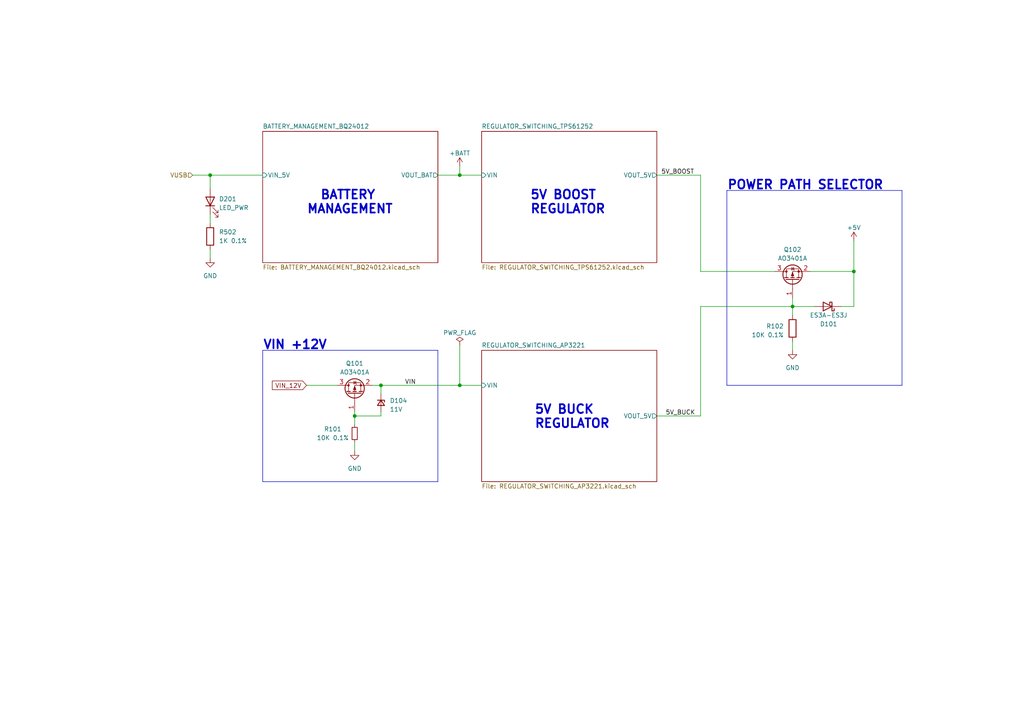
<source format=kicad_sch>
(kicad_sch (version 20230121) (generator eeschema)

  (uuid fa465376-56fe-4b7f-8ae7-e3495ebc69de)

  (paper "A4")

  (title_block
    (title "Atego Nano")
    (date "2023-06-28")
    (rev "1.1")
    (company "sudo-junkie")
  )

  (lib_symbols
    (symbol "Device:D_Schottky" (pin_numbers hide) (pin_names (offset 1.016) hide) (in_bom yes) (on_board yes)
      (property "Reference" "D" (at 0 2.54 0)
        (effects (font (size 1.27 1.27)))
      )
      (property "Value" "D_Schottky" (at 0 -2.54 0)
        (effects (font (size 1.27 1.27)))
      )
      (property "Footprint" "" (at 0 0 0)
        (effects (font (size 1.27 1.27)) hide)
      )
      (property "Datasheet" "~" (at 0 0 0)
        (effects (font (size 1.27 1.27)) hide)
      )
      (property "ki_keywords" "diode Schottky" (at 0 0 0)
        (effects (font (size 1.27 1.27)) hide)
      )
      (property "ki_description" "Schottky diode" (at 0 0 0)
        (effects (font (size 1.27 1.27)) hide)
      )
      (property "ki_fp_filters" "TO-???* *_Diode_* *SingleDiode* D_*" (at 0 0 0)
        (effects (font (size 1.27 1.27)) hide)
      )
      (symbol "D_Schottky_0_1"
        (polyline
          (pts
            (xy 1.27 0)
            (xy -1.27 0)
          )
          (stroke (width 0) (type default))
          (fill (type none))
        )
        (polyline
          (pts
            (xy 1.27 1.27)
            (xy 1.27 -1.27)
            (xy -1.27 0)
            (xy 1.27 1.27)
          )
          (stroke (width 0.254) (type default))
          (fill (type none))
        )
        (polyline
          (pts
            (xy -1.905 0.635)
            (xy -1.905 1.27)
            (xy -1.27 1.27)
            (xy -1.27 -1.27)
            (xy -0.635 -1.27)
            (xy -0.635 -0.635)
          )
          (stroke (width 0.254) (type default))
          (fill (type none))
        )
      )
      (symbol "D_Schottky_1_1"
        (pin passive line (at -3.81 0 0) (length 2.54)
          (name "K" (effects (font (size 1.27 1.27))))
          (number "1" (effects (font (size 1.27 1.27))))
        )
        (pin passive line (at 3.81 0 180) (length 2.54)
          (name "A" (effects (font (size 1.27 1.27))))
          (number "2" (effects (font (size 1.27 1.27))))
        )
      )
    )
    (symbol "Device:D_Zener_Small" (pin_numbers hide) (pin_names (offset 0.254) hide) (in_bom yes) (on_board yes)
      (property "Reference" "D" (at 0 2.286 0)
        (effects (font (size 1.27 1.27)))
      )
      (property "Value" "D_Zener_Small" (at 0 -2.286 0)
        (effects (font (size 1.27 1.27)))
      )
      (property "Footprint" "" (at 0 0 90)
        (effects (font (size 1.27 1.27)) hide)
      )
      (property "Datasheet" "~" (at 0 0 90)
        (effects (font (size 1.27 1.27)) hide)
      )
      (property "ki_keywords" "diode" (at 0 0 0)
        (effects (font (size 1.27 1.27)) hide)
      )
      (property "ki_description" "Zener diode, small symbol" (at 0 0 0)
        (effects (font (size 1.27 1.27)) hide)
      )
      (property "ki_fp_filters" "TO-???* *_Diode_* *SingleDiode* D_*" (at 0 0 0)
        (effects (font (size 1.27 1.27)) hide)
      )
      (symbol "D_Zener_Small_0_1"
        (polyline
          (pts
            (xy 0.762 0)
            (xy -0.762 0)
          )
          (stroke (width 0) (type default))
          (fill (type none))
        )
        (polyline
          (pts
            (xy -0.254 1.016)
            (xy -0.762 1.016)
            (xy -0.762 -1.016)
          )
          (stroke (width 0.254) (type default))
          (fill (type none))
        )
        (polyline
          (pts
            (xy 0.762 1.016)
            (xy -0.762 0)
            (xy 0.762 -1.016)
            (xy 0.762 1.016)
          )
          (stroke (width 0.254) (type default))
          (fill (type none))
        )
      )
      (symbol "D_Zener_Small_1_1"
        (pin passive line (at -2.54 0 0) (length 1.778)
          (name "K" (effects (font (size 1.27 1.27))))
          (number "1" (effects (font (size 1.27 1.27))))
        )
        (pin passive line (at 2.54 0 180) (length 1.778)
          (name "A" (effects (font (size 1.27 1.27))))
          (number "2" (effects (font (size 1.27 1.27))))
        )
      )
    )
    (symbol "Device:LED" (pin_numbers hide) (pin_names (offset 1.016) hide) (in_bom yes) (on_board yes)
      (property "Reference" "D" (at 0 2.54 0)
        (effects (font (size 1.27 1.27)))
      )
      (property "Value" "LED" (at 0 -2.54 0)
        (effects (font (size 1.27 1.27)))
      )
      (property "Footprint" "" (at 0 0 0)
        (effects (font (size 1.27 1.27)) hide)
      )
      (property "Datasheet" "~" (at 0 0 0)
        (effects (font (size 1.27 1.27)) hide)
      )
      (property "ki_keywords" "LED diode" (at 0 0 0)
        (effects (font (size 1.27 1.27)) hide)
      )
      (property "ki_description" "Light emitting diode" (at 0 0 0)
        (effects (font (size 1.27 1.27)) hide)
      )
      (property "ki_fp_filters" "LED* LED_SMD:* LED_THT:*" (at 0 0 0)
        (effects (font (size 1.27 1.27)) hide)
      )
      (symbol "LED_0_1"
        (polyline
          (pts
            (xy -1.27 -1.27)
            (xy -1.27 1.27)
          )
          (stroke (width 0.254) (type default))
          (fill (type none))
        )
        (polyline
          (pts
            (xy -1.27 0)
            (xy 1.27 0)
          )
          (stroke (width 0) (type default))
          (fill (type none))
        )
        (polyline
          (pts
            (xy 1.27 -1.27)
            (xy 1.27 1.27)
            (xy -1.27 0)
            (xy 1.27 -1.27)
          )
          (stroke (width 0.254) (type default))
          (fill (type none))
        )
        (polyline
          (pts
            (xy -3.048 -0.762)
            (xy -4.572 -2.286)
            (xy -3.81 -2.286)
            (xy -4.572 -2.286)
            (xy -4.572 -1.524)
          )
          (stroke (width 0) (type default))
          (fill (type none))
        )
        (polyline
          (pts
            (xy -1.778 -0.762)
            (xy -3.302 -2.286)
            (xy -2.54 -2.286)
            (xy -3.302 -2.286)
            (xy -3.302 -1.524)
          )
          (stroke (width 0) (type default))
          (fill (type none))
        )
      )
      (symbol "LED_1_1"
        (pin passive line (at -3.81 0 0) (length 2.54)
          (name "K" (effects (font (size 1.27 1.27))))
          (number "1" (effects (font (size 1.27 1.27))))
        )
        (pin passive line (at 3.81 0 180) (length 2.54)
          (name "A" (effects (font (size 1.27 1.27))))
          (number "2" (effects (font (size 1.27 1.27))))
        )
      )
    )
    (symbol "Device:R" (pin_numbers hide) (pin_names (offset 0)) (in_bom yes) (on_board yes)
      (property "Reference" "R" (at 2.032 0 90)
        (effects (font (size 1.27 1.27)))
      )
      (property "Value" "R" (at 0 0 90)
        (effects (font (size 1.27 1.27)))
      )
      (property "Footprint" "" (at -1.778 0 90)
        (effects (font (size 1.27 1.27)) hide)
      )
      (property "Datasheet" "~" (at 0 0 0)
        (effects (font (size 1.27 1.27)) hide)
      )
      (property "ki_keywords" "R res resistor" (at 0 0 0)
        (effects (font (size 1.27 1.27)) hide)
      )
      (property "ki_description" "Resistor" (at 0 0 0)
        (effects (font (size 1.27 1.27)) hide)
      )
      (property "ki_fp_filters" "R_*" (at 0 0 0)
        (effects (font (size 1.27 1.27)) hide)
      )
      (symbol "R_0_1"
        (rectangle (start -1.016 -2.54) (end 1.016 2.54)
          (stroke (width 0.254) (type default))
          (fill (type none))
        )
      )
      (symbol "R_1_1"
        (pin passive line (at 0 3.81 270) (length 1.27)
          (name "~" (effects (font (size 1.27 1.27))))
          (number "1" (effects (font (size 1.27 1.27))))
        )
        (pin passive line (at 0 -3.81 90) (length 1.27)
          (name "~" (effects (font (size 1.27 1.27))))
          (number "2" (effects (font (size 1.27 1.27))))
        )
      )
    )
    (symbol "Device:R_Small" (pin_numbers hide) (pin_names (offset 0.254) hide) (in_bom yes) (on_board yes)
      (property "Reference" "R" (at 0.762 0.508 0)
        (effects (font (size 1.27 1.27)) (justify left))
      )
      (property "Value" "R_Small" (at 0.762 -1.016 0)
        (effects (font (size 1.27 1.27)) (justify left))
      )
      (property "Footprint" "" (at 0 0 0)
        (effects (font (size 1.27 1.27)) hide)
      )
      (property "Datasheet" "~" (at 0 0 0)
        (effects (font (size 1.27 1.27)) hide)
      )
      (property "ki_keywords" "R resistor" (at 0 0 0)
        (effects (font (size 1.27 1.27)) hide)
      )
      (property "ki_description" "Resistor, small symbol" (at 0 0 0)
        (effects (font (size 1.27 1.27)) hide)
      )
      (property "ki_fp_filters" "R_*" (at 0 0 0)
        (effects (font (size 1.27 1.27)) hide)
      )
      (symbol "R_Small_0_1"
        (rectangle (start -0.762 1.778) (end 0.762 -1.778)
          (stroke (width 0.2032) (type default))
          (fill (type none))
        )
      )
      (symbol "R_Small_1_1"
        (pin passive line (at 0 2.54 270) (length 0.762)
          (name "~" (effects (font (size 1.27 1.27))))
          (number "1" (effects (font (size 1.27 1.27))))
        )
        (pin passive line (at 0 -2.54 90) (length 0.762)
          (name "~" (effects (font (size 1.27 1.27))))
          (number "2" (effects (font (size 1.27 1.27))))
        )
      )
    )
    (symbol "Transistor_FET:AO3401A" (pin_names hide) (in_bom yes) (on_board yes)
      (property "Reference" "Q" (at 5.08 1.905 0)
        (effects (font (size 1.27 1.27)) (justify left))
      )
      (property "Value" "AO3401A" (at 5.08 0 0)
        (effects (font (size 1.27 1.27)) (justify left))
      )
      (property "Footprint" "Package_TO_SOT_SMD:SOT-23" (at 5.08 -1.905 0)
        (effects (font (size 1.27 1.27) italic) (justify left) hide)
      )
      (property "Datasheet" "http://www.aosmd.com/pdfs/datasheet/AO3401A.pdf" (at 0 0 0)
        (effects (font (size 1.27 1.27)) (justify left) hide)
      )
      (property "ki_keywords" "P-Channel MOSFET" (at 0 0 0)
        (effects (font (size 1.27 1.27)) hide)
      )
      (property "ki_description" "-4.0A Id, -30V Vds, P-Channel MOSFET, SOT-23" (at 0 0 0)
        (effects (font (size 1.27 1.27)) hide)
      )
      (property "ki_fp_filters" "SOT?23*" (at 0 0 0)
        (effects (font (size 1.27 1.27)) hide)
      )
      (symbol "AO3401A_0_1"
        (polyline
          (pts
            (xy 0.254 0)
            (xy -2.54 0)
          )
          (stroke (width 0) (type default))
          (fill (type none))
        )
        (polyline
          (pts
            (xy 0.254 1.905)
            (xy 0.254 -1.905)
          )
          (stroke (width 0.254) (type default))
          (fill (type none))
        )
        (polyline
          (pts
            (xy 0.762 -1.27)
            (xy 0.762 -2.286)
          )
          (stroke (width 0.254) (type default))
          (fill (type none))
        )
        (polyline
          (pts
            (xy 0.762 0.508)
            (xy 0.762 -0.508)
          )
          (stroke (width 0.254) (type default))
          (fill (type none))
        )
        (polyline
          (pts
            (xy 0.762 2.286)
            (xy 0.762 1.27)
          )
          (stroke (width 0.254) (type default))
          (fill (type none))
        )
        (polyline
          (pts
            (xy 2.54 2.54)
            (xy 2.54 1.778)
          )
          (stroke (width 0) (type default))
          (fill (type none))
        )
        (polyline
          (pts
            (xy 2.54 -2.54)
            (xy 2.54 0)
            (xy 0.762 0)
          )
          (stroke (width 0) (type default))
          (fill (type none))
        )
        (polyline
          (pts
            (xy 0.762 1.778)
            (xy 3.302 1.778)
            (xy 3.302 -1.778)
            (xy 0.762 -1.778)
          )
          (stroke (width 0) (type default))
          (fill (type none))
        )
        (polyline
          (pts
            (xy 2.286 0)
            (xy 1.27 0.381)
            (xy 1.27 -0.381)
            (xy 2.286 0)
          )
          (stroke (width 0) (type default))
          (fill (type outline))
        )
        (polyline
          (pts
            (xy 2.794 -0.508)
            (xy 2.921 -0.381)
            (xy 3.683 -0.381)
            (xy 3.81 -0.254)
          )
          (stroke (width 0) (type default))
          (fill (type none))
        )
        (polyline
          (pts
            (xy 3.302 -0.381)
            (xy 2.921 0.254)
            (xy 3.683 0.254)
            (xy 3.302 -0.381)
          )
          (stroke (width 0) (type default))
          (fill (type none))
        )
        (circle (center 1.651 0) (radius 2.794)
          (stroke (width 0.254) (type default))
          (fill (type none))
        )
        (circle (center 2.54 -1.778) (radius 0.254)
          (stroke (width 0) (type default))
          (fill (type outline))
        )
        (circle (center 2.54 1.778) (radius 0.254)
          (stroke (width 0) (type default))
          (fill (type outline))
        )
      )
      (symbol "AO3401A_1_1"
        (pin input line (at -5.08 0 0) (length 2.54)
          (name "G" (effects (font (size 1.27 1.27))))
          (number "1" (effects (font (size 1.27 1.27))))
        )
        (pin passive line (at 2.54 -5.08 90) (length 2.54)
          (name "S" (effects (font (size 1.27 1.27))))
          (number "2" (effects (font (size 1.27 1.27))))
        )
        (pin passive line (at 2.54 5.08 270) (length 2.54)
          (name "D" (effects (font (size 1.27 1.27))))
          (number "3" (effects (font (size 1.27 1.27))))
        )
      )
    )
    (symbol "power:+5V" (power) (pin_names (offset 0)) (in_bom yes) (on_board yes)
      (property "Reference" "#PWR" (at 0 -3.81 0)
        (effects (font (size 1.27 1.27)) hide)
      )
      (property "Value" "+5V" (at 0 3.556 0)
        (effects (font (size 1.27 1.27)))
      )
      (property "Footprint" "" (at 0 0 0)
        (effects (font (size 1.27 1.27)) hide)
      )
      (property "Datasheet" "" (at 0 0 0)
        (effects (font (size 1.27 1.27)) hide)
      )
      (property "ki_keywords" "global power" (at 0 0 0)
        (effects (font (size 1.27 1.27)) hide)
      )
      (property "ki_description" "Power symbol creates a global label with name \"+5V\"" (at 0 0 0)
        (effects (font (size 1.27 1.27)) hide)
      )
      (symbol "+5V_0_1"
        (polyline
          (pts
            (xy -0.762 1.27)
            (xy 0 2.54)
          )
          (stroke (width 0) (type default))
          (fill (type none))
        )
        (polyline
          (pts
            (xy 0 0)
            (xy 0 2.54)
          )
          (stroke (width 0) (type default))
          (fill (type none))
        )
        (polyline
          (pts
            (xy 0 2.54)
            (xy 0.762 1.27)
          )
          (stroke (width 0) (type default))
          (fill (type none))
        )
      )
      (symbol "+5V_1_1"
        (pin power_in line (at 0 0 90) (length 0) hide
          (name "+5V" (effects (font (size 1.27 1.27))))
          (number "1" (effects (font (size 1.27 1.27))))
        )
      )
    )
    (symbol "power:+BATT" (power) (pin_names (offset 0)) (in_bom yes) (on_board yes)
      (property "Reference" "#PWR" (at 0 -3.81 0)
        (effects (font (size 1.27 1.27)) hide)
      )
      (property "Value" "+BATT" (at 0 3.556 0)
        (effects (font (size 1.27 1.27)))
      )
      (property "Footprint" "" (at 0 0 0)
        (effects (font (size 1.27 1.27)) hide)
      )
      (property "Datasheet" "" (at 0 0 0)
        (effects (font (size 1.27 1.27)) hide)
      )
      (property "ki_keywords" "global power battery" (at 0 0 0)
        (effects (font (size 1.27 1.27)) hide)
      )
      (property "ki_description" "Power symbol creates a global label with name \"+BATT\"" (at 0 0 0)
        (effects (font (size 1.27 1.27)) hide)
      )
      (symbol "+BATT_0_1"
        (polyline
          (pts
            (xy -0.762 1.27)
            (xy 0 2.54)
          )
          (stroke (width 0) (type default))
          (fill (type none))
        )
        (polyline
          (pts
            (xy 0 0)
            (xy 0 2.54)
          )
          (stroke (width 0) (type default))
          (fill (type none))
        )
        (polyline
          (pts
            (xy 0 2.54)
            (xy 0.762 1.27)
          )
          (stroke (width 0) (type default))
          (fill (type none))
        )
      )
      (symbol "+BATT_1_1"
        (pin power_in line (at 0 0 90) (length 0) hide
          (name "+BATT" (effects (font (size 1.27 1.27))))
          (number "1" (effects (font (size 1.27 1.27))))
        )
      )
    )
    (symbol "power:GND" (power) (pin_names (offset 0)) (in_bom yes) (on_board yes)
      (property "Reference" "#PWR" (at 0 -6.35 0)
        (effects (font (size 1.27 1.27)) hide)
      )
      (property "Value" "GND" (at 0 -3.81 0)
        (effects (font (size 1.27 1.27)))
      )
      (property "Footprint" "" (at 0 0 0)
        (effects (font (size 1.27 1.27)) hide)
      )
      (property "Datasheet" "" (at 0 0 0)
        (effects (font (size 1.27 1.27)) hide)
      )
      (property "ki_keywords" "global power" (at 0 0 0)
        (effects (font (size 1.27 1.27)) hide)
      )
      (property "ki_description" "Power symbol creates a global label with name \"GND\" , ground" (at 0 0 0)
        (effects (font (size 1.27 1.27)) hide)
      )
      (symbol "GND_0_1"
        (polyline
          (pts
            (xy 0 0)
            (xy 0 -1.27)
            (xy 1.27 -1.27)
            (xy 0 -2.54)
            (xy -1.27 -1.27)
            (xy 0 -1.27)
          )
          (stroke (width 0) (type default))
          (fill (type none))
        )
      )
      (symbol "GND_1_1"
        (pin power_in line (at 0 0 270) (length 0) hide
          (name "GND" (effects (font (size 1.27 1.27))))
          (number "1" (effects (font (size 1.27 1.27))))
        )
      )
    )
    (symbol "power:PWR_FLAG" (power) (pin_numbers hide) (pin_names (offset 0) hide) (in_bom yes) (on_board yes)
      (property "Reference" "#FLG" (at 0 1.905 0)
        (effects (font (size 1.27 1.27)) hide)
      )
      (property "Value" "PWR_FLAG" (at 0 3.81 0)
        (effects (font (size 1.27 1.27)))
      )
      (property "Footprint" "" (at 0 0 0)
        (effects (font (size 1.27 1.27)) hide)
      )
      (property "Datasheet" "~" (at 0 0 0)
        (effects (font (size 1.27 1.27)) hide)
      )
      (property "ki_keywords" "flag power" (at 0 0 0)
        (effects (font (size 1.27 1.27)) hide)
      )
      (property "ki_description" "Special symbol for telling ERC where power comes from" (at 0 0 0)
        (effects (font (size 1.27 1.27)) hide)
      )
      (symbol "PWR_FLAG_0_0"
        (pin power_out line (at 0 0 90) (length 0)
          (name "pwr" (effects (font (size 1.27 1.27))))
          (number "1" (effects (font (size 1.27 1.27))))
        )
      )
      (symbol "PWR_FLAG_0_1"
        (polyline
          (pts
            (xy 0 0)
            (xy 0 1.27)
            (xy -1.016 1.905)
            (xy 0 2.54)
            (xy 1.016 1.905)
            (xy 0 1.27)
          )
          (stroke (width 0) (type default))
          (fill (type none))
        )
      )
    )
  )

  (junction (at 60.96 50.8) (diameter 0) (color 0 0 0 0)
    (uuid 1593a02d-1ada-4463-99c9-3f2347de5d29)
  )
  (junction (at 229.87 88.9) (diameter 0) (color 0 0 0 0)
    (uuid 74a8680d-d4ba-4228-91b4-7d0b7656d862)
  )
  (junction (at 102.87 120.65) (diameter 0) (color 0 0 0 0)
    (uuid 857d821d-c1df-4f20-b0d7-5e5f4529020f)
  )
  (junction (at 110.49 111.76) (diameter 0) (color 0 0 0 0)
    (uuid b38eaf56-5745-46f6-959b-46a53d6aa25f)
  )
  (junction (at 133.35 111.76) (diameter 0) (color 0 0 0 0)
    (uuid bc9f266d-253d-4f1f-a89c-2ac10674e608)
  )
  (junction (at 133.35 50.8) (diameter 0) (color 0 0 0 0)
    (uuid f9ae0ad6-3119-44f8-90b7-5e5fcc72b155)
  )
  (junction (at 247.65 78.74) (diameter 0) (color 0 0 0 0)
    (uuid fa1bdab3-309e-43d5-800e-52a6c2064fb8)
  )

  (wire (pts (xy 190.5 120.65) (xy 203.2 120.65))
    (stroke (width 0) (type default))
    (uuid 1389a020-2f9e-4c42-ab40-bbced8d574fa)
  )
  (wire (pts (xy 203.2 78.74) (xy 224.79 78.74))
    (stroke (width 0) (type default))
    (uuid 156a5d66-1960-4922-8089-905b6f7ea29f)
  )
  (polyline (pts (xy 261.62 111.76) (xy 210.82 111.76))
    (stroke (width 0) (type default))
    (uuid 193e315c-86c3-4220-bc92-d6b7dac2b1d6)
  )
  (polyline (pts (xy 76.2 139.7) (xy 76.2 101.6))
    (stroke (width 0) (type default))
    (uuid 19edc9f8-d575-42bd-a8ea-c156d364b252)
  )

  (wire (pts (xy 133.35 100.33) (xy 133.35 111.76))
    (stroke (width 0) (type default))
    (uuid 1d08a397-c9e6-49f6-9865-b162b9488c4e)
  )
  (wire (pts (xy 60.96 62.23) (xy 60.96 64.77))
    (stroke (width 0) (type default))
    (uuid 2c27cac9-1180-4522-96a6-24c634b75038)
  )
  (wire (pts (xy 107.95 111.76) (xy 110.49 111.76))
    (stroke (width 0) (type default))
    (uuid 31e1fb2c-1800-41d4-bf52-ea4106ed05d6)
  )
  (wire (pts (xy 110.49 120.65) (xy 110.49 119.38))
    (stroke (width 0) (type default))
    (uuid 38f536c3-3958-4924-b6a1-c531211cbcd5)
  )
  (wire (pts (xy 102.87 120.65) (xy 102.87 119.38))
    (stroke (width 0) (type default))
    (uuid 41df8935-4f06-47d6-aa25-aea491efc5e0)
  )
  (wire (pts (xy 60.96 72.39) (xy 60.96 74.93))
    (stroke (width 0) (type default))
    (uuid 44b9acf4-fe56-4003-9ccd-d4335fa600c7)
  )
  (wire (pts (xy 133.35 48.26) (xy 133.35 50.8))
    (stroke (width 0) (type default))
    (uuid 4770ead3-368c-4049-bd17-40af12d6194f)
  )
  (wire (pts (xy 133.35 50.8) (xy 139.7 50.8))
    (stroke (width 0) (type default))
    (uuid 5088f1e5-8f9e-4713-a25d-5c528401b6c0)
  )
  (polyline (pts (xy 127 139.7) (xy 76.2 139.7))
    (stroke (width 0) (type default))
    (uuid 55cf3052-b9f4-4d30-81f3-e9d181d8fc25)
  )

  (wire (pts (xy 229.87 88.9) (xy 229.87 86.36))
    (stroke (width 0) (type default))
    (uuid 5d49908b-9e01-4e2f-8839-57e38b3a2da0)
  )
  (wire (pts (xy 247.65 88.9) (xy 243.84 88.9))
    (stroke (width 0) (type default))
    (uuid 6284a70d-5547-4543-90ce-78a83316a828)
  )
  (polyline (pts (xy 210.82 55.245) (xy 261.62 55.245))
    (stroke (width 0) (type default))
    (uuid 6ef14c0c-3bc2-45db-a53d-55e0c05f1bef)
  )

  (wire (pts (xy 190.5 50.8) (xy 203.2 50.8))
    (stroke (width 0) (type default))
    (uuid 70573835-1fc6-4e1d-ac77-6eabd2663f5d)
  )
  (wire (pts (xy 229.87 88.9) (xy 229.87 91.44))
    (stroke (width 0) (type default))
    (uuid 727465b8-8efa-4553-9da0-8d4908105370)
  )
  (wire (pts (xy 133.35 111.76) (xy 139.7 111.76))
    (stroke (width 0) (type default))
    (uuid 739fb09f-e65c-4630-8908-977443e526df)
  )
  (wire (pts (xy 88.9 111.76) (xy 97.79 111.76))
    (stroke (width 0) (type default))
    (uuid 78f2975a-2c6a-4a72-8ab3-d02a5dcf7b2f)
  )
  (wire (pts (xy 127 50.8) (xy 133.35 50.8))
    (stroke (width 0) (type default))
    (uuid 822a4a5f-7c13-4b1e-9c14-769336fa3e28)
  )
  (wire (pts (xy 110.49 111.76) (xy 110.49 114.3))
    (stroke (width 0) (type default))
    (uuid 845e106e-6a4b-4d04-9ca1-7aef51327e5b)
  )
  (wire (pts (xy 247.65 78.74) (xy 247.65 69.85))
    (stroke (width 0) (type default))
    (uuid 869dd063-28c9-499d-bd0c-bdc9c597b627)
  )
  (wire (pts (xy 203.2 78.74) (xy 203.2 50.8))
    (stroke (width 0) (type default))
    (uuid 8b83a06e-0f37-46d2-a6a9-be6f879847fe)
  )
  (wire (pts (xy 203.2 88.9) (xy 229.87 88.9))
    (stroke (width 0) (type default))
    (uuid 96d7e2d9-9f63-4d58-a229-b0903f00ca67)
  )
  (polyline (pts (xy 127 101.6) (xy 127 139.7))
    (stroke (width 0) (type default))
    (uuid 988d18e8-5fcc-4451-a1b5-c1e8a08dfb35)
  )

  (wire (pts (xy 229.87 99.06) (xy 229.87 101.6))
    (stroke (width 0) (type default))
    (uuid 9936965f-1fbe-4ecb-b1bd-fa89e71893e5)
  )
  (wire (pts (xy 229.87 88.9) (xy 236.22 88.9))
    (stroke (width 0) (type default))
    (uuid 9c6d8dbb-497b-47ac-b831-f964c1a988fd)
  )
  (wire (pts (xy 234.95 78.74) (xy 247.65 78.74))
    (stroke (width 0) (type default))
    (uuid a2ed508e-748a-40e6-aa96-6ff7c31645df)
  )
  (wire (pts (xy 102.87 120.65) (xy 110.49 120.65))
    (stroke (width 0) (type default))
    (uuid a7e7837d-7faf-4ca9-8af4-50c2dffae9a3)
  )
  (wire (pts (xy 76.2 50.8) (xy 60.96 50.8))
    (stroke (width 0) (type default))
    (uuid a815056a-66e0-4d03-b6d2-a949fad9f802)
  )
  (polyline (pts (xy 76.2 101.6) (xy 127 101.6))
    (stroke (width 0) (type default))
    (uuid adb87fcd-818d-4bf6-bb0f-b4541da8c509)
  )
  (polyline (pts (xy 261.62 55.245) (xy 261.62 111.76))
    (stroke (width 0) (type default))
    (uuid b10ad918-0e51-477e-ae27-96072611bea4)
  )

  (wire (pts (xy 102.87 128.27) (xy 102.87 130.81))
    (stroke (width 0) (type default))
    (uuid b3ad7ff8-69eb-48e7-b062-b4327ed93912)
  )
  (wire (pts (xy 102.87 120.65) (xy 102.87 123.19))
    (stroke (width 0) (type default))
    (uuid c81cc595-ae75-4e0d-a37a-5dca17ee0372)
  )
  (wire (pts (xy 110.49 111.76) (xy 133.35 111.76))
    (stroke (width 0) (type default))
    (uuid cca99a10-3a9d-43a3-ba8b-cc7573e19055)
  )
  (wire (pts (xy 203.2 88.9) (xy 203.2 120.65))
    (stroke (width 0) (type default))
    (uuid dca66ece-686b-4ead-b1bd-793e3d6678e1)
  )
  (wire (pts (xy 55.88 50.8) (xy 60.96 50.8))
    (stroke (width 0) (type default))
    (uuid e99d76ac-6a1f-48c3-b569-0c1054cbcca2)
  )
  (wire (pts (xy 60.96 50.8) (xy 60.96 54.61))
    (stroke (width 0) (type default))
    (uuid ebcb7d9b-3135-486b-9010-d652ee281800)
  )
  (wire (pts (xy 247.65 88.9) (xy 247.65 78.74))
    (stroke (width 0) (type default))
    (uuid f1351086-ca6f-4198-90a8-cc39ab918aa5)
  )
  (polyline (pts (xy 210.82 111.76) (xy 210.82 55.245))
    (stroke (width 0) (type default))
    (uuid f5bf9f55-0bc0-40d9-bcef-bf793d60fe15)
  )

  (text "5V BUCK\nREGULATOR" (at 154.94 124.46 0)
    (effects (font (size 2.54 2.54) bold) (justify left bottom))
    (uuid 4ea0dd09-2b8c-4f68-a714-9eddd499bcbb)
  )
  (text "  BATTERY \nMANAGEMENT" (at 88.9 62.23 0)
    (effects (font (size 2.54 2.54) bold) (justify left bottom))
    (uuid 8f4f2e4c-9278-46cb-8c5e-979dd200a17e)
  )
  (text "5V BOOST\nREGULATOR" (at 153.67 62.23 0)
    (effects (font (size 2.54 2.54) bold) (justify left bottom))
    (uuid b82128c0-a074-44c3-abaf-46981cb41689)
  )
  (text "POWER PATH SELECTOR" (at 210.82 55.245 0)
    (effects (font (size 2.54 2.54) (thickness 0.508) bold) (justify left bottom))
    (uuid bbaffd05-1590-452b-bb05-13275d09f009)
  )
  (text "VIN +12V" (at 76.2 101.6 0)
    (effects (font (size 2.54 2.54) bold) (justify left bottom))
    (uuid d2868115-91c8-4b92-9195-1b4c73770a0a)
  )

  (label "VIN" (at 120.65 111.76 180) (fields_autoplaced)
    (effects (font (size 1.27 1.27)) (justify right bottom))
    (uuid 9965a57a-fb67-4213-aec4-f425b53c8d18)
  )
  (label "5V_BOOST" (at 191.77 50.8 0) (fields_autoplaced)
    (effects (font (size 1.27 1.27)) (justify left bottom))
    (uuid f374b5a3-ed29-491d-bfd8-a8fb97c88a2a)
  )
  (label "5V_BUCK" (at 193.04 120.65 0) (fields_autoplaced)
    (effects (font (size 1.27 1.27)) (justify left bottom))
    (uuid f54d4851-0f55-42ea-b80c-98f17c002be2)
  )

  (global_label "VIN_12V" (shape input) (at 88.9 111.76 180) (fields_autoplaced)
    (effects (font (size 1.27 1.27)) (justify right))
    (uuid 13500e59-8fa3-4a0f-aa9f-0173269f14ef)
    (property "Intersheetrefs" "${INTERSHEET_REFS}" (at 78.4951 111.76 0)
      (effects (font (size 1.27 1.27)) (justify right) hide)
    )
  )

  (hierarchical_label "VUSB" (shape input) (at 55.88 50.8 180) (fields_autoplaced)
    (effects (font (size 1.27 1.27)) (justify right))
    (uuid baf7f0a3-3f5e-4fa2-81a5-8557ecb975d0)
  )

  (symbol (lib_id "power:GND") (at 60.96 74.93 0) (unit 1)
    (in_bom yes) (on_board yes) (dnp no) (fields_autoplaced)
    (uuid 2adfe007-dfa4-43ef-a65b-3bd66e348e05)
    (property "Reference" "#PWR0107" (at 60.96 81.28 0)
      (effects (font (size 1.27 1.27)) hide)
    )
    (property "Value" "GND" (at 60.96 80.01 0)
      (effects (font (size 1.27 1.27)))
    )
    (property "Footprint" "" (at 60.96 74.93 0)
      (effects (font (size 1.27 1.27)) hide)
    )
    (property "Datasheet" "" (at 60.96 74.93 0)
      (effects (font (size 1.27 1.27)) hide)
    )
    (pin "1" (uuid 34301987-368c-4219-93f7-3df891099774))
    (instances
      (project "Atego_Nano"
        (path "/f0d70477-67e1-4b14-aebd-2138d55a5d0c"
          (reference "#PWR0107") (unit 1)
        )
        (path "/f0d70477-67e1-4b14-aebd-2138d55a5d0c/6c4563b0-53cb-4dd6-94e3-ed97fc502bba"
          (reference "#PWR0203") (unit 1)
        )
      )
    )
  )

  (symbol (lib_id "Device:R") (at 60.96 68.58 0) (unit 1)
    (in_bom yes) (on_board yes) (dnp no)
    (uuid 2b90f373-f1a3-45cd-be31-5be738382efa)
    (property "Reference" "R502" (at 63.5 67.31 0)
      (effects (font (size 1.27 1.27)) (justify left))
    )
    (property "Value" "1K 0.1%" (at 63.5 69.85 0)
      (effects (font (size 1.27 1.27)) (justify left))
    )
    (property "Footprint" "Resistor_SMD:R_0603_1608Metric" (at 59.182 68.58 90)
      (effects (font (size 1.27 1.27)) hide)
    )
    (property "Datasheet" "~" (at 60.96 68.58 0)
      (effects (font (size 1.27 1.27)) hide)
    )
    (property "MPN" "RT0603BRD071KL" (at 60.96 68.58 0)
      (effects (font (size 1.27 1.27)) hide)
    )
    (property "Manufacturer" "YAGEO" (at 60.96 68.58 0)
      (effects (font (size 1.27 1.27)) hide)
    )
    (property "Vendor" "LCSC" (at 60.96 68.58 0)
      (effects (font (size 1.27 1.27)) hide)
    )
    (property "Price" "0.0227" (at 60.96 68.58 0)
      (effects (font (size 1.27 1.27)) hide)
    )
    (pin "1" (uuid 8bc2564b-66fa-4634-8cf8-820d32f141e5))
    (pin "2" (uuid 04228961-0f2c-429a-ae9e-2b91087a94d7))
    (instances
      (project "Atego_Nano"
        (path "/f0d70477-67e1-4b14-aebd-2138d55a5d0c/6c4563b0-53cb-4dd6-94e3-ed97fc502bba/01ffd5e0-54aa-4bf4-9881-6892f5bad3f9"
          (reference "R502") (unit 1)
        )
        (path "/f0d70477-67e1-4b14-aebd-2138d55a5d0c/6c4563b0-53cb-4dd6-94e3-ed97fc502bba"
          (reference "R201") (unit 1)
        )
      )
    )
  )

  (symbol (lib_id "Transistor_FET:AO3401A") (at 229.87 81.28 90) (unit 1)
    (in_bom yes) (on_board yes) (dnp no)
    (uuid 3c693cc9-f495-4a6e-8db7-0eac266bdf37)
    (property "Reference" "Q102" (at 229.87 72.39 90)
      (effects (font (size 1.27 1.27)))
    )
    (property "Value" "AO3401A" (at 229.87 74.93 90)
      (effects (font (size 1.27 1.27)))
    )
    (property "Footprint" "Package_TO_SOT_SMD:SOT-23" (at 231.775 76.2 0)
      (effects (font (size 1.27 1.27) italic) (justify left) hide)
    )
    (property "Datasheet" "http://www.aosmd.com/pdfs/datasheet/AO3401A.pdf" (at 229.87 81.28 0)
      (effects (font (size 1.27 1.27)) (justify left) hide)
    )
    (property "MPN" "AO3401CI-MS" (at 229.87 81.28 0)
      (effects (font (size 1.27 1.27)) hide)
    )
    (property "Manufacturer" "MSKSEMI" (at 229.87 81.28 0)
      (effects (font (size 1.27 1.27)) hide)
    )
    (property "Vendor" "LCSC" (at 229.87 81.28 0)
      (effects (font (size 1.27 1.27)) hide)
    )
    (property "Price" "0.0275" (at 229.87 81.28 0)
      (effects (font (size 1.27 1.27)) hide)
    )
    (pin "1" (uuid f65cdc26-9890-42d6-a200-51af101064fd))
    (pin "2" (uuid cc56a88e-36e8-4b60-9b3b-5b2cde24bf91))
    (pin "3" (uuid ad88aff6-e201-421d-9156-f38d36732c7d))
    (instances
      (project "Atego_Nano"
        (path "/f0d70477-67e1-4b14-aebd-2138d55a5d0c"
          (reference "Q102") (unit 1)
        )
        (path "/f0d70477-67e1-4b14-aebd-2138d55a5d0c/6c4563b0-53cb-4dd6-94e3-ed97fc502bba"
          (reference "Q201") (unit 1)
        )
      )
    )
  )

  (symbol (lib_id "power:GND") (at 229.87 101.6 0) (mirror y) (unit 1)
    (in_bom yes) (on_board yes) (dnp no) (fields_autoplaced)
    (uuid 6810a727-0545-4e75-8733-dd8d0bd81f9a)
    (property "Reference" "#PWR0103" (at 229.87 107.95 0)
      (effects (font (size 1.27 1.27)) hide)
    )
    (property "Value" "GND" (at 229.87 106.68 0)
      (effects (font (size 1.27 1.27)))
    )
    (property "Footprint" "" (at 229.87 101.6 0)
      (effects (font (size 1.27 1.27)) hide)
    )
    (property "Datasheet" "" (at 229.87 101.6 0)
      (effects (font (size 1.27 1.27)) hide)
    )
    (pin "1" (uuid 1c6d50cb-be51-4af2-8169-d8f1fd3ea008))
    (instances
      (project "Atego_Nano"
        (path "/f0d70477-67e1-4b14-aebd-2138d55a5d0c"
          (reference "#PWR0103") (unit 1)
        )
        (path "/f0d70477-67e1-4b14-aebd-2138d55a5d0c/6c4563b0-53cb-4dd6-94e3-ed97fc502bba"
          (reference "#PWR0204") (unit 1)
        )
      )
    )
  )

  (symbol (lib_id "Transistor_FET:AO3401A") (at 102.87 114.3 90) (unit 1)
    (in_bom yes) (on_board yes) (dnp no)
    (uuid 7144a79d-806c-4a1e-bc3e-92967ccf7fff)
    (property "Reference" "Q101" (at 102.87 105.41 90)
      (effects (font (size 1.27 1.27)))
    )
    (property "Value" "AO3401A" (at 102.87 107.95 90)
      (effects (font (size 1.27 1.27)))
    )
    (property "Footprint" "Package_TO_SOT_SMD:SOT-23" (at 104.775 109.22 0)
      (effects (font (size 1.27 1.27) italic) (justify left) hide)
    )
    (property "Datasheet" "http://www.aosmd.com/pdfs/datasheet/AO3401A.pdf" (at 102.87 114.3 0)
      (effects (font (size 1.27 1.27)) (justify left) hide)
    )
    (property "MPN" "AO3401CI-MS" (at 102.87 114.3 0)
      (effects (font (size 1.27 1.27)) hide)
    )
    (property "Manufacturer" "MSKSEMI" (at 102.87 114.3 0)
      (effects (font (size 1.27 1.27)) hide)
    )
    (property "Vendor" "LCSC" (at 102.87 114.3 0)
      (effects (font (size 1.27 1.27)) hide)
    )
    (property "Price" "0.0275" (at 102.87 114.3 0)
      (effects (font (size 1.27 1.27)) hide)
    )
    (pin "1" (uuid a2b133ce-8ec3-40b1-97de-0ca959f82bb6))
    (pin "2" (uuid 24c6eaa6-d638-4859-90a3-710db160a16c))
    (pin "3" (uuid 9f932b88-61be-4070-ad2b-60aa2624c81d))
    (instances
      (project "Atego_Nano"
        (path "/f0d70477-67e1-4b14-aebd-2138d55a5d0c"
          (reference "Q101") (unit 1)
        )
        (path "/f0d70477-67e1-4b14-aebd-2138d55a5d0c/6c4563b0-53cb-4dd6-94e3-ed97fc502bba"
          (reference "Q202") (unit 1)
        )
      )
    )
  )

  (symbol (lib_id "power:+BATT") (at 133.35 48.26 0) (unit 1)
    (in_bom yes) (on_board yes) (dnp no) (fields_autoplaced)
    (uuid 7ecd3126-8062-4238-b4c0-615a531d751c)
    (property "Reference" "#PWR0201" (at 133.35 52.07 0)
      (effects (font (size 1.27 1.27)) hide)
    )
    (property "Value" "+BATT" (at 133.35 44.45 0)
      (effects (font (size 1.27 1.27)))
    )
    (property "Footprint" "" (at 133.35 48.26 0)
      (effects (font (size 1.27 1.27)) hide)
    )
    (property "Datasheet" "" (at 133.35 48.26 0)
      (effects (font (size 1.27 1.27)) hide)
    )
    (pin "1" (uuid 4b83d97d-10d5-458b-bfb7-f0034f1501a0))
    (instances
      (project "Atego_Nano"
        (path "/f0d70477-67e1-4b14-aebd-2138d55a5d0c/6c4563b0-53cb-4dd6-94e3-ed97fc502bba"
          (reference "#PWR0201") (unit 1)
        )
      )
    )
  )

  (symbol (lib_id "power:PWR_FLAG") (at 133.35 100.33 0) (unit 1)
    (in_bom yes) (on_board yes) (dnp no) (fields_autoplaced)
    (uuid 87e05275-7ec3-4325-97e7-efc39f4807ff)
    (property "Reference" "#FLG0201" (at 133.35 98.425 0)
      (effects (font (size 1.27 1.27)) hide)
    )
    (property "Value" "PWR_FLAG" (at 133.35 96.52 0)
      (effects (font (size 1.27 1.27)))
    )
    (property "Footprint" "" (at 133.35 100.33 0)
      (effects (font (size 1.27 1.27)) hide)
    )
    (property "Datasheet" "~" (at 133.35 100.33 0)
      (effects (font (size 1.27 1.27)) hide)
    )
    (pin "1" (uuid 7065f324-ad1d-4915-9ccc-8a2e9bc62301))
    (instances
      (project "Atego_Nano"
        (path "/f0d70477-67e1-4b14-aebd-2138d55a5d0c/f86ac621-3272-4d73-88da-d818c5769352"
          (reference "#FLG0201") (unit 1)
        )
        (path "/f0d70477-67e1-4b14-aebd-2138d55a5d0c"
          (reference "#FLG0101") (unit 1)
        )
        (path "/f0d70477-67e1-4b14-aebd-2138d55a5d0c/6c4563b0-53cb-4dd6-94e3-ed97fc502bba"
          (reference "#FLG0201") (unit 1)
        )
      )
    )
  )

  (symbol (lib_id "Device:LED") (at 60.96 58.42 90) (unit 1)
    (in_bom yes) (on_board yes) (dnp no)
    (uuid 9ae37524-7cff-4c38-a139-562813ad7d6f)
    (property "Reference" "D201" (at 63.5 57.7215 90)
      (effects (font (size 1.27 1.27)) (justify right))
    )
    (property "Value" "LED_PWR" (at 63.5 60.2615 90)
      (effects (font (size 1.27 1.27)) (justify right))
    )
    (property "Footprint" "LED_SMD:LED_0402_1005Metric" (at 60.96 58.42 0)
      (effects (font (size 1.27 1.27)) hide)
    )
    (property "Datasheet" "~" (at 60.96 58.42 0)
      (effects (font (size 1.27 1.27)) hide)
    )
    (property "MPN" "XL-1005SURC" (at 60.96 58.42 0)
      (effects (font (size 1.27 1.27)) hide)
    )
    (property "Manufacturer" "XINGLIGHT" (at 60.96 58.42 0)
      (effects (font (size 1.27 1.27)) hide)
    )
    (property "Vendor" "LCSC" (at 60.96 58.42 0)
      (effects (font (size 1.27 1.27)) hide)
    )
    (property "Price" "0.0067" (at 60.96 58.42 0)
      (effects (font (size 1.27 1.27)) hide)
    )
    (pin "1" (uuid 818bebfb-e8eb-4d16-8420-10901757c773))
    (pin "2" (uuid bad7540c-fb98-4311-a2d0-401a8e2ca3a6))
    (instances
      (project "Atego_Nano"
        (path "/f0d70477-67e1-4b14-aebd-2138d55a5d0c/f86ac621-3272-4d73-88da-d818c5769352"
          (reference "D201") (unit 1)
        )
        (path "/f0d70477-67e1-4b14-aebd-2138d55a5d0c"
          (reference "D103") (unit 1)
        )
        (path "/f0d70477-67e1-4b14-aebd-2138d55a5d0c/6c4563b0-53cb-4dd6-94e3-ed97fc502bba"
          (reference "D201") (unit 1)
        )
      )
    )
  )

  (symbol (lib_id "Device:D_Zener_Small") (at 110.49 116.84 270) (unit 1)
    (in_bom yes) (on_board yes) (dnp no) (fields_autoplaced)
    (uuid be2fb8dc-5586-46da-b832-7d526406cfed)
    (property "Reference" "D104" (at 113.03 116.205 90)
      (effects (font (size 1.27 1.27)) (justify left))
    )
    (property "Value" "11V" (at 113.03 118.745 90)
      (effects (font (size 1.27 1.27)) (justify left))
    )
    (property "Footprint" "Diode_SMD:D_SOD-523" (at 110.49 116.84 90)
      (effects (font (size 1.27 1.27)) hide)
    )
    (property "Datasheet" "https://datasheet.lcsc.com/lcsc/2004221204_Vishay-Intertech-TZMC10GS08_C506590.pdf" (at 110.49 116.84 90)
      (effects (font (size 1.27 1.27)) hide)
    )
    (property "MPN" "BZX584C11V" (at 110.49 116.84 90)
      (effects (font (size 1.27 1.27)) hide)
    )
    (property "Manufacturer" "Yangzhou Yangjie Elec Tech " (at 110.49 116.84 90)
      (effects (font (size 1.27 1.27)) hide)
    )
    (property "Price" "0.0147" (at 110.49 116.84 90)
      (effects (font (size 1.27 1.27)) hide)
    )
    (property "Vendor" "LCSC" (at 110.49 116.84 90)
      (effects (font (size 1.27 1.27)) hide)
    )
    (pin "1" (uuid 011c3df8-540b-4a9b-ab16-058491c840fb))
    (pin "2" (uuid 60c9c2d5-b5ee-4594-aea6-04e32ab0e530))
    (instances
      (project "Atego_Nano"
        (path "/f0d70477-67e1-4b14-aebd-2138d55a5d0c"
          (reference "D104") (unit 1)
        )
        (path "/f0d70477-67e1-4b14-aebd-2138d55a5d0c/6c4563b0-53cb-4dd6-94e3-ed97fc502bba"
          (reference "D203") (unit 1)
        )
      )
    )
  )

  (symbol (lib_id "power:+5V") (at 247.65 69.85 0) (mirror y) (unit 1)
    (in_bom yes) (on_board yes) (dnp no) (fields_autoplaced)
    (uuid c172d25b-818b-4bf1-a553-51aa4ea41140)
    (property "Reference" "#PWR0102" (at 247.65 73.66 0)
      (effects (font (size 1.27 1.27)) hide)
    )
    (property "Value" "+5V" (at 247.65 66.04 0)
      (effects (font (size 1.27 1.27)))
    )
    (property "Footprint" "" (at 247.65 69.85 0)
      (effects (font (size 1.27 1.27)) hide)
    )
    (property "Datasheet" "" (at 247.65 69.85 0)
      (effects (font (size 1.27 1.27)) hide)
    )
    (pin "1" (uuid 23549840-58d9-4716-aeb0-20a1e1a77f2d))
    (instances
      (project "Atego_Nano"
        (path "/f0d70477-67e1-4b14-aebd-2138d55a5d0c"
          (reference "#PWR0102") (unit 1)
        )
        (path "/f0d70477-67e1-4b14-aebd-2138d55a5d0c/6c4563b0-53cb-4dd6-94e3-ed97fc502bba"
          (reference "#PWR0202") (unit 1)
        )
      )
    )
  )

  (symbol (lib_id "Device:D_Schottky") (at 240.03 88.9 180) (unit 1)
    (in_bom yes) (on_board yes) (dnp no) (fields_autoplaced)
    (uuid c3a0dec5-6e96-4475-8b6d-774ee070d01e)
    (property "Reference" "D101" (at 240.3475 93.98 0)
      (effects (font (size 1.27 1.27)))
    )
    (property "Value" "ES3A-ES3J" (at 240.3475 91.44 0)
      (effects (font (size 1.27 1.27)))
    )
    (property "Footprint" "Diode_SMD:D_SOD-323" (at 240.03 88.9 0)
      (effects (font (size 1.27 1.27)) hide)
    )
    (property "Datasheet" "~" (at 240.03 88.9 0)
      (effects (font (size 1.27 1.27)) hide)
    )
    (property "MPN" "ES3AF" (at 240.03 88.9 0)
      (effects (font (size 1.27 1.27)) hide)
    )
    (property "Manufacturer" "Shandong Jingdao Microelectronics" (at 240.03 88.9 0)
      (effects (font (size 1.27 1.27)) hide)
    )
    (property "Vendor" "LCSC" (at 240.03 88.9 0)
      (effects (font (size 1.27 1.27)) hide)
    )
    (property "Price" "0.0374" (at 240.03 88.9 0)
      (effects (font (size 1.27 1.27)) hide)
    )
    (pin "1" (uuid 95329b9f-f857-4ac4-95cc-3e83bc403e30))
    (pin "2" (uuid 4da268fa-9920-4fe7-a685-8edfce599d0c))
    (instances
      (project "Atego_Nano"
        (path "/f0d70477-67e1-4b14-aebd-2138d55a5d0c"
          (reference "D101") (unit 1)
        )
        (path "/f0d70477-67e1-4b14-aebd-2138d55a5d0c/6c4563b0-53cb-4dd6-94e3-ed97fc502bba"
          (reference "D202") (unit 1)
        )
      )
    )
  )

  (symbol (lib_id "Device:R") (at 229.87 95.25 0) (mirror y) (unit 1)
    (in_bom yes) (on_board yes) (dnp no) (fields_autoplaced)
    (uuid c504cf3d-38cc-4c2e-9f47-7f0374f40ba6)
    (property "Reference" "R102" (at 227.33 94.615 0)
      (effects (font (size 1.27 1.27)) (justify left))
    )
    (property "Value" "10K 0.1%" (at 227.33 97.155 0)
      (effects (font (size 1.27 1.27)) (justify left))
    )
    (property "Footprint" "Resistor_SMD:R_0603_1608Metric" (at 231.648 95.25 90)
      (effects (font (size 1.27 1.27)) hide)
    )
    (property "Datasheet" "~" (at 229.87 95.25 0)
      (effects (font (size 1.27 1.27)) hide)
    )
    (property "MPN" "RT0603BRD0710KL" (at 229.87 95.25 0)
      (effects (font (size 1.27 1.27)) hide)
    )
    (property "Manufacturer" "YAGEO" (at 229.87 95.25 0)
      (effects (font (size 1.27 1.27)) hide)
    )
    (property "Vendor" "LCSC" (at 229.87 95.25 0)
      (effects (font (size 1.27 1.27)) hide)
    )
    (property "Price" "0.0222" (at 229.87 95.25 0)
      (effects (font (size 1.27 1.27)) hide)
    )
    (pin "1" (uuid 7d4c1aff-9851-40da-aa53-6de867b766c8))
    (pin "2" (uuid 8074f187-7e94-49b3-b5f6-41d15c31b759))
    (instances
      (project "Atego_Nano"
        (path "/f0d70477-67e1-4b14-aebd-2138d55a5d0c"
          (reference "R102") (unit 1)
        )
        (path "/f0d70477-67e1-4b14-aebd-2138d55a5d0c/6c4563b0-53cb-4dd6-94e3-ed97fc502bba"
          (reference "R202") (unit 1)
        )
      )
    )
  )

  (symbol (lib_id "power:GND") (at 102.87 130.81 0) (unit 1)
    (in_bom yes) (on_board yes) (dnp no) (fields_autoplaced)
    (uuid ec127632-ebc9-4a32-8733-770030985fc3)
    (property "Reference" "#PWR0101" (at 102.87 137.16 0)
      (effects (font (size 1.27 1.27)) hide)
    )
    (property "Value" "GND" (at 102.87 135.89 0)
      (effects (font (size 1.27 1.27)))
    )
    (property "Footprint" "" (at 102.87 130.81 0)
      (effects (font (size 1.27 1.27)) hide)
    )
    (property "Datasheet" "" (at 102.87 130.81 0)
      (effects (font (size 1.27 1.27)) hide)
    )
    (pin "1" (uuid 2f52d153-9f40-41ca-be15-93e359b17620))
    (instances
      (project "Atego_Nano"
        (path "/f0d70477-67e1-4b14-aebd-2138d55a5d0c"
          (reference "#PWR0101") (unit 1)
        )
        (path "/f0d70477-67e1-4b14-aebd-2138d55a5d0c/6c4563b0-53cb-4dd6-94e3-ed97fc502bba"
          (reference "#PWR0205") (unit 1)
        )
      )
    )
  )

  (symbol (lib_id "Device:R_Small") (at 102.87 125.73 0) (mirror y) (unit 1)
    (in_bom yes) (on_board yes) (dnp no)
    (uuid f96dd3c8-b6cd-4ccb-befe-59cd01cf8ec4)
    (property "Reference" "R101" (at 96.52 124.46 0)
      (effects (font (size 1.27 1.27)))
    )
    (property "Value" "10K 0.1%" (at 96.52 127 0)
      (effects (font (size 1.27 1.27)))
    )
    (property "Footprint" "Resistor_SMD:R_0603_1608Metric" (at 102.87 125.73 0)
      (effects (font (size 1.27 1.27)) hide)
    )
    (property "Datasheet" "~" (at 102.87 125.73 0)
      (effects (font (size 1.27 1.27)) hide)
    )
    (property "MPN" "RT0603BRD0710KL" (at 102.87 125.73 0)
      (effects (font (size 1.27 1.27)) hide)
    )
    (property "Manufacturer" "YAGEO" (at 102.87 125.73 0)
      (effects (font (size 1.27 1.27)) hide)
    )
    (property "Vendor" "LCSC" (at 102.87 125.73 0)
      (effects (font (size 1.27 1.27)) hide)
    )
    (property "Price" "0.0222" (at 102.87 125.73 0)
      (effects (font (size 1.27 1.27)) hide)
    )
    (pin "1" (uuid 2043f6b0-9aba-47d5-80e5-8bf90dcbd356))
    (pin "2" (uuid 05e220c2-6bcc-4ce5-bc0f-56e1f036c020))
    (instances
      (project "Atego_Nano"
        (path "/f0d70477-67e1-4b14-aebd-2138d55a5d0c"
          (reference "R101") (unit 1)
        )
        (path "/f0d70477-67e1-4b14-aebd-2138d55a5d0c/6c4563b0-53cb-4dd6-94e3-ed97fc502bba"
          (reference "R203") (unit 1)
        )
      )
    )
  )

  (sheet (at 76.2 38.1) (size 50.8 38.1) (fields_autoplaced)
    (stroke (width 0.1524) (type solid))
    (fill (color 0 0 0 0.0000))
    (uuid 01ffd5e0-54aa-4bf4-9881-6892f5bad3f9)
    (property "Sheetname" "BATTERY_MANAGEMENT_BQ24012" (at 76.2 37.3884 0)
      (effects (font (size 1.27 1.27)) (justify left bottom))
    )
    (property "Sheetfile" "BATTERY_MANAGEMENT_BQ24012.kicad_sch" (at 76.2 76.7846 0)
      (effects (font (size 1.27 1.27)) (justify left top))
    )
    (pin "VIN_5V" input (at 76.2 50.8 180)
      (effects (font (size 1.27 1.27)) (justify left))
      (uuid 3570b91c-da4b-4ec2-8682-78abfd5515ab)
    )
    (pin "VOUT_BAT" output (at 127 50.8 0)
      (effects (font (size 1.27 1.27)) (justify right))
      (uuid 5c65f617-1eb1-455a-a0e4-b93a5a8b0146)
    )
    (instances
      (project "Atego_Nano"
        (path "/f0d70477-67e1-4b14-aebd-2138d55a5d0c" (page "7"))
        (path "/f0d70477-67e1-4b14-aebd-2138d55a5d0c/6c4563b0-53cb-4dd6-94e3-ed97fc502bba" (page "5"))
      )
    )
  )

  (sheet (at 139.7 101.6) (size 50.8 38.1) (fields_autoplaced)
    (stroke (width 0.1524) (type solid))
    (fill (color 0 0 0 0.0000))
    (uuid 11cc9b33-d520-4add-a69b-fb1eb2ed635c)
    (property "Sheetname" "REGULATOR_SWITCHING_AP3221" (at 139.7 100.8884 0)
      (effects (font (size 1.27 1.27)) (justify left bottom))
    )
    (property "Sheetfile" "REGULATOR_SWITCHING_AP3221.kicad_sch" (at 139.7 140.2846 0)
      (effects (font (size 1.27 1.27)) (justify left top))
    )
    (pin "VIN" input (at 139.7 111.76 180)
      (effects (font (size 1.27 1.27)) (justify left))
      (uuid d0c7640e-d972-4ce2-ac3b-b7428b4c1c98)
    )
    (pin "VOUT_5V" output (at 190.5 120.65 0)
      (effects (font (size 1.27 1.27)) (justify right))
      (uuid 196f6aa1-d480-4622-a9ae-5fd10faa6ad6)
    )
    (instances
      (project "Atego_Nano"
        (path "/f0d70477-67e1-4b14-aebd-2138d55a5d0c" (page "6"))
        (path "/f0d70477-67e1-4b14-aebd-2138d55a5d0c/6c4563b0-53cb-4dd6-94e3-ed97fc502bba" (page "4"))
      )
    )
  )

  (sheet (at 139.7 38.1) (size 50.8 38.1) (fields_autoplaced)
    (stroke (width 0.1524) (type solid))
    (fill (color 0 0 0 0.0000))
    (uuid 53d4e6de-d528-41d2-9f96-35a1833d80ec)
    (property "Sheetname" "REGULATOR_SWITCHING_TPS61252" (at 139.7 37.3884 0)
      (effects (font (size 1.27 1.27)) (justify left bottom))
    )
    (property "Sheetfile" "REGULATOR_SWITCHING_TPS61252.kicad_sch" (at 139.7 76.7846 0)
      (effects (font (size 1.27 1.27)) (justify left top))
    )
    (pin "VOUT_5V" output (at 190.5 50.8 0)
      (effects (font (size 1.27 1.27)) (justify right))
      (uuid c393e040-04a5-43ef-bacd-804932903914)
    )
    (pin "VIN" input (at 139.7 50.8 180)
      (effects (font (size 1.27 1.27)) (justify left))
      (uuid c801ea84-4278-428c-993f-8434832114f8)
    )
    (instances
      (project "Atego_Nano"
        (path "/f0d70477-67e1-4b14-aebd-2138d55a5d0c" (page "6"))
        (path "/f0d70477-67e1-4b14-aebd-2138d55a5d0c/6c4563b0-53cb-4dd6-94e3-ed97fc502bba" (page "3"))
      )
    )
  )
)

</source>
